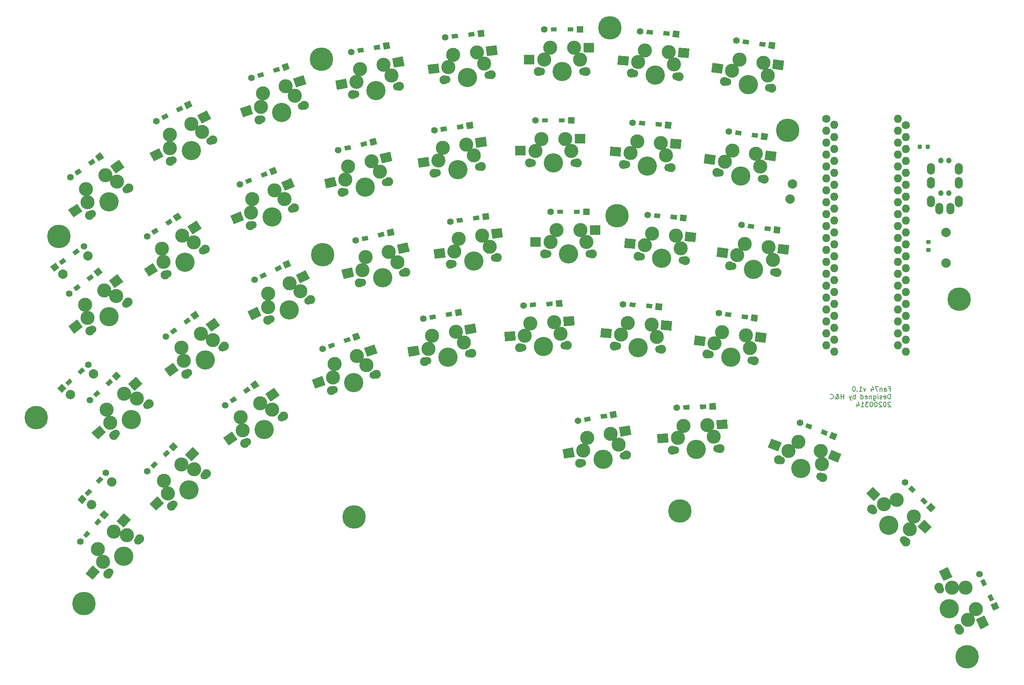
<source format=gbs>
G04 #@! TF.GenerationSoftware,KiCad,Pcbnew,(5.1.5)-3*
G04 #@! TF.CreationDate,2020-03-17T07:33:31+09:00*
G04 #@! TF.ProjectId,fan,66616e2e-6b69-4636-9164-5f7063625858,v1.0*
G04 #@! TF.SameCoordinates,Original*
G04 #@! TF.FileFunction,Soldermask,Bot*
G04 #@! TF.FilePolarity,Negative*
%FSLAX46Y46*%
G04 Gerber Fmt 4.6, Leading zero omitted, Abs format (unit mm)*
G04 Created by KiCad (PCBNEW (5.1.5)-3) date 2020-03-17 07:33:31*
%MOMM*%
%LPD*%
G04 APERTURE LIST*
%ADD10C,0.150000*%
%ADD11C,5.000000*%
%ADD12O,1.700000X2.500000*%
%ADD13C,1.200000*%
%ADD14C,0.100000*%
%ADD15C,1.397000*%
%ADD16C,3.000000*%
%ADD17C,4.100000*%
%ADD18C,1.900000*%
%ADD19C,1.700000*%
%ADD20R,1.300000X0.950000*%
%ADD21R,1.397000X1.397000*%
%ADD22R,2.300000X2.000000*%
%ADD23C,2.000000*%
%ADD24O,1.727200X1.727200*%
%ADD25C,1.727200*%
G04 APERTURE END LIST*
D10*
X186471906Y-82556737D02*
X186805239Y-82556737D01*
X186805239Y-83080546D02*
X186805239Y-82080546D01*
X186329049Y-82080546D01*
X185519525Y-83080546D02*
X185519525Y-82556737D01*
X185567144Y-82461499D01*
X185662382Y-82413880D01*
X185852858Y-82413880D01*
X185948096Y-82461499D01*
X185519525Y-83032927D02*
X185614763Y-83080546D01*
X185852858Y-83080546D01*
X185948096Y-83032927D01*
X185995715Y-82937689D01*
X185995715Y-82842451D01*
X185948096Y-82747213D01*
X185852858Y-82699594D01*
X185614763Y-82699594D01*
X185519525Y-82651975D01*
X185043335Y-82413880D02*
X185043335Y-83080546D01*
X185043335Y-82509118D02*
X184995715Y-82461499D01*
X184900477Y-82413880D01*
X184757620Y-82413880D01*
X184662382Y-82461499D01*
X184614763Y-82556737D01*
X184614763Y-83080546D01*
X184233811Y-82080546D02*
X183567144Y-82080546D01*
X183995715Y-83080546D01*
X182757620Y-82413880D02*
X182757620Y-83080546D01*
X182995715Y-82032927D02*
X183233811Y-82747213D01*
X182614763Y-82747213D01*
X181567144Y-82413880D02*
X181329049Y-83080546D01*
X181090954Y-82413880D01*
X180186192Y-83080546D02*
X180757620Y-83080546D01*
X180471906Y-83080546D02*
X180471906Y-82080546D01*
X180567144Y-82223404D01*
X180662382Y-82318642D01*
X180757620Y-82366261D01*
X179757620Y-82985308D02*
X179710001Y-83032927D01*
X179757620Y-83080546D01*
X179805239Y-83032927D01*
X179757620Y-82985308D01*
X179757620Y-83080546D01*
X179090954Y-82080546D02*
X178995715Y-82080546D01*
X178900477Y-82128166D01*
X178852858Y-82175785D01*
X178805239Y-82271023D01*
X178757620Y-82461499D01*
X178757620Y-82699594D01*
X178805239Y-82890070D01*
X178852858Y-82985308D01*
X178900477Y-83032927D01*
X178995715Y-83080546D01*
X179090954Y-83080546D01*
X179186192Y-83032927D01*
X179233811Y-82985308D01*
X179281430Y-82890070D01*
X179329049Y-82699594D01*
X179329049Y-82461499D01*
X179281430Y-82271023D01*
X179233811Y-82175785D01*
X179186192Y-82128166D01*
X179090954Y-82080546D01*
X186805239Y-84730546D02*
X186805239Y-83730546D01*
X186567144Y-83730546D01*
X186424287Y-83778166D01*
X186329049Y-83873404D01*
X186281430Y-83968642D01*
X186233811Y-84159118D01*
X186233811Y-84301975D01*
X186281430Y-84492451D01*
X186329049Y-84587689D01*
X186424287Y-84682927D01*
X186567144Y-84730546D01*
X186805239Y-84730546D01*
X185424287Y-84682927D02*
X185519525Y-84730546D01*
X185710001Y-84730546D01*
X185805239Y-84682927D01*
X185852858Y-84587689D01*
X185852858Y-84206737D01*
X185805239Y-84111499D01*
X185710001Y-84063880D01*
X185519525Y-84063880D01*
X185424287Y-84111499D01*
X185376668Y-84206737D01*
X185376668Y-84301975D01*
X185852858Y-84397213D01*
X184995715Y-84682927D02*
X184900477Y-84730546D01*
X184710001Y-84730546D01*
X184614763Y-84682927D01*
X184567144Y-84587689D01*
X184567144Y-84540070D01*
X184614763Y-84444832D01*
X184710001Y-84397213D01*
X184852858Y-84397213D01*
X184948096Y-84349594D01*
X184995715Y-84254356D01*
X184995715Y-84206737D01*
X184948096Y-84111499D01*
X184852858Y-84063880D01*
X184710001Y-84063880D01*
X184614763Y-84111499D01*
X184138573Y-84730546D02*
X184138573Y-84063880D01*
X184138573Y-83730546D02*
X184186192Y-83778166D01*
X184138573Y-83825785D01*
X184090954Y-83778166D01*
X184138573Y-83730546D01*
X184138573Y-83825785D01*
X183233811Y-84063880D02*
X183233811Y-84873404D01*
X183281430Y-84968642D01*
X183329049Y-85016261D01*
X183424287Y-85063880D01*
X183567144Y-85063880D01*
X183662382Y-85016261D01*
X183233811Y-84682927D02*
X183329049Y-84730546D01*
X183519525Y-84730546D01*
X183614763Y-84682927D01*
X183662382Y-84635308D01*
X183710001Y-84540070D01*
X183710001Y-84254356D01*
X183662382Y-84159118D01*
X183614763Y-84111499D01*
X183519525Y-84063880D01*
X183329049Y-84063880D01*
X183233811Y-84111499D01*
X182757620Y-84063880D02*
X182757620Y-84730546D01*
X182757620Y-84159118D02*
X182710001Y-84111499D01*
X182614763Y-84063880D01*
X182471906Y-84063880D01*
X182376668Y-84111499D01*
X182329049Y-84206737D01*
X182329049Y-84730546D01*
X181471906Y-84682927D02*
X181567144Y-84730546D01*
X181757620Y-84730546D01*
X181852858Y-84682927D01*
X181900477Y-84587689D01*
X181900477Y-84206737D01*
X181852858Y-84111499D01*
X181757620Y-84063880D01*
X181567144Y-84063880D01*
X181471906Y-84111499D01*
X181424287Y-84206737D01*
X181424287Y-84301975D01*
X181900477Y-84397213D01*
X180567144Y-84730546D02*
X180567144Y-83730546D01*
X180567144Y-84682927D02*
X180662382Y-84730546D01*
X180852858Y-84730546D01*
X180948096Y-84682927D01*
X180995715Y-84635308D01*
X181043335Y-84540070D01*
X181043335Y-84254356D01*
X180995715Y-84159118D01*
X180948096Y-84111499D01*
X180852858Y-84063880D01*
X180662382Y-84063880D01*
X180567144Y-84111499D01*
X179329049Y-84730546D02*
X179329049Y-83730546D01*
X179329049Y-84111499D02*
X179233811Y-84063880D01*
X179043335Y-84063880D01*
X178948096Y-84111499D01*
X178900477Y-84159118D01*
X178852858Y-84254356D01*
X178852858Y-84540070D01*
X178900477Y-84635308D01*
X178948096Y-84682927D01*
X179043335Y-84730546D01*
X179233811Y-84730546D01*
X179329049Y-84682927D01*
X178519525Y-84063880D02*
X178281430Y-84730546D01*
X178043335Y-84063880D02*
X178281430Y-84730546D01*
X178376668Y-84968642D01*
X178424287Y-85016261D01*
X178519525Y-85063880D01*
X176900477Y-84730546D02*
X176900477Y-83730546D01*
X176900477Y-84206737D02*
X176329049Y-84206737D01*
X176329049Y-84730546D02*
X176329049Y-83730546D01*
X175043335Y-84730546D02*
X175090954Y-84730546D01*
X175186192Y-84682927D01*
X175329049Y-84540070D01*
X175567144Y-84254356D01*
X175662382Y-84111499D01*
X175710001Y-83968642D01*
X175710001Y-83873404D01*
X175662382Y-83778166D01*
X175567144Y-83730546D01*
X175519525Y-83730546D01*
X175424287Y-83778166D01*
X175376668Y-83873404D01*
X175376668Y-83921023D01*
X175424287Y-84016261D01*
X175471906Y-84063880D01*
X175757620Y-84254356D01*
X175805239Y-84301975D01*
X175852858Y-84397213D01*
X175852858Y-84540070D01*
X175805239Y-84635308D01*
X175757620Y-84682927D01*
X175662382Y-84730546D01*
X175519525Y-84730546D01*
X175424287Y-84682927D01*
X175376668Y-84635308D01*
X175233811Y-84444832D01*
X175186192Y-84301975D01*
X175186192Y-84206737D01*
X174043335Y-84635308D02*
X174090954Y-84682927D01*
X174233811Y-84730546D01*
X174329049Y-84730546D01*
X174471906Y-84682927D01*
X174567144Y-84587689D01*
X174614763Y-84492451D01*
X174662382Y-84301975D01*
X174662382Y-84159118D01*
X174614763Y-83968642D01*
X174567144Y-83873404D01*
X174471906Y-83778166D01*
X174329049Y-83730546D01*
X174233811Y-83730546D01*
X174090954Y-83778166D01*
X174043335Y-83825785D01*
X186852858Y-85475785D02*
X186805239Y-85428166D01*
X186710001Y-85380546D01*
X186471906Y-85380546D01*
X186376668Y-85428166D01*
X186329049Y-85475785D01*
X186281430Y-85571023D01*
X186281430Y-85666261D01*
X186329049Y-85809118D01*
X186900477Y-86380546D01*
X186281430Y-86380546D01*
X185662382Y-85380546D02*
X185567144Y-85380546D01*
X185471906Y-85428166D01*
X185424287Y-85475785D01*
X185376668Y-85571023D01*
X185329049Y-85761499D01*
X185329049Y-85999594D01*
X185376668Y-86190070D01*
X185424287Y-86285308D01*
X185471906Y-86332927D01*
X185567144Y-86380546D01*
X185662382Y-86380546D01*
X185757620Y-86332927D01*
X185805239Y-86285308D01*
X185852858Y-86190070D01*
X185900477Y-85999594D01*
X185900477Y-85761499D01*
X185852858Y-85571023D01*
X185805239Y-85475785D01*
X185757620Y-85428166D01*
X185662382Y-85380546D01*
X184948096Y-85475785D02*
X184900477Y-85428166D01*
X184805239Y-85380546D01*
X184567144Y-85380546D01*
X184471906Y-85428166D01*
X184424287Y-85475785D01*
X184376668Y-85571023D01*
X184376668Y-85666261D01*
X184424287Y-85809118D01*
X184995715Y-86380546D01*
X184376668Y-86380546D01*
X183757620Y-85380546D02*
X183662382Y-85380546D01*
X183567144Y-85428166D01*
X183519525Y-85475785D01*
X183471906Y-85571023D01*
X183424287Y-85761499D01*
X183424287Y-85999594D01*
X183471906Y-86190070D01*
X183519525Y-86285308D01*
X183567144Y-86332927D01*
X183662382Y-86380546D01*
X183757620Y-86380546D01*
X183852858Y-86332927D01*
X183900477Y-86285308D01*
X183948096Y-86190070D01*
X183995715Y-85999594D01*
X183995715Y-85761499D01*
X183948096Y-85571023D01*
X183900477Y-85475785D01*
X183852858Y-85428166D01*
X183757620Y-85380546D01*
X182805239Y-85380546D02*
X182710001Y-85380546D01*
X182614763Y-85428166D01*
X182567144Y-85475785D01*
X182519525Y-85571023D01*
X182471906Y-85761499D01*
X182471906Y-85999594D01*
X182519525Y-86190070D01*
X182567144Y-86285308D01*
X182614763Y-86332927D01*
X182710001Y-86380546D01*
X182805239Y-86380546D01*
X182900477Y-86332927D01*
X182948096Y-86285308D01*
X182995715Y-86190070D01*
X183043335Y-85999594D01*
X183043335Y-85761499D01*
X182995715Y-85571023D01*
X182948096Y-85475785D01*
X182900477Y-85428166D01*
X182805239Y-85380546D01*
X182138573Y-85380546D02*
X181519525Y-85380546D01*
X181852858Y-85761499D01*
X181710001Y-85761499D01*
X181614763Y-85809118D01*
X181567144Y-85856737D01*
X181519525Y-85951975D01*
X181519525Y-86190070D01*
X181567144Y-86285308D01*
X181614763Y-86332927D01*
X181710001Y-86380546D01*
X181995715Y-86380546D01*
X182090954Y-86332927D01*
X182138573Y-86285308D01*
X180567144Y-86380546D02*
X181138573Y-86380546D01*
X180852858Y-86380546D02*
X180852858Y-85380546D01*
X180948096Y-85523404D01*
X181043335Y-85618642D01*
X181138573Y-85666261D01*
X179710001Y-85713880D02*
X179710001Y-86380546D01*
X179948096Y-85332927D02*
X180186192Y-86047213D01*
X179567144Y-86047213D01*
D11*
X164929000Y-27489000D03*
X142028329Y-108569541D03*
X5002000Y-88685000D03*
X65725692Y-12299696D03*
X127102649Y-5645937D03*
X9802000Y-50085000D03*
X72628327Y-109869542D03*
X15146651Y-128287934D03*
X128652649Y-45695934D03*
X65952649Y-53995933D03*
X203153649Y-139709608D03*
X201402000Y-63485000D03*
D12*
X197172000Y-44185000D03*
X195422000Y-35685000D03*
X199622000Y-44185000D03*
D13*
X197522000Y-40885000D03*
D12*
X201372000Y-42685000D03*
X201372000Y-38685000D03*
D13*
X199272000Y-40885000D03*
D12*
X199622000Y-44185000D03*
X195422000Y-42685000D03*
X201372000Y-42685000D03*
X201372000Y-35685000D03*
D13*
X199272000Y-33885000D03*
X197522000Y-33885000D03*
X197522000Y-40885000D03*
D12*
X195422000Y-35685000D03*
X201372000Y-35685000D03*
X197172000Y-44185000D03*
X195422000Y-38685000D03*
X201372000Y-38685000D03*
X195422000Y-42685000D03*
D13*
X199272000Y-40885000D03*
D12*
X195422000Y-38685000D03*
D13*
X199272000Y-33885000D03*
X197522000Y-33885000D03*
D14*
G36*
X147569499Y-85902078D02*
G01*
X147602653Y-86851499D01*
X146303445Y-86896868D01*
X146270291Y-85947447D01*
X147569499Y-85902078D01*
G37*
G36*
X149643930Y-85606000D02*
G01*
X149692685Y-87002149D01*
X148296536Y-87050904D01*
X148247781Y-85654755D01*
X149643930Y-85606000D01*
G37*
D15*
X141354874Y-86594387D03*
D14*
G36*
X144021662Y-86025971D02*
G01*
X144054816Y-86975392D01*
X142755608Y-87020761D01*
X142722454Y-86071340D01*
X144021662Y-86025971D01*
G37*
G36*
X139505273Y-92082280D02*
G01*
X139575072Y-94081061D01*
X137276473Y-94161330D01*
X137206674Y-92162549D01*
X139505273Y-92082280D01*
G37*
D16*
X141580325Y-93050451D03*
X142760907Y-90467676D03*
X149195683Y-92784516D03*
X147837812Y-90290387D03*
D17*
X145476649Y-95455937D03*
D18*
X150553554Y-95278648D03*
X140399744Y-95633226D03*
D14*
G36*
X152108891Y-89100604D02*
G01*
X152178690Y-91099385D01*
X149880091Y-91179654D01*
X149810292Y-89180873D01*
X152108891Y-89100604D01*
G37*
D19*
X140979390Y-95612985D03*
X149973908Y-95298889D03*
D14*
G36*
X208897768Y-127478944D02*
G01*
X208043914Y-127895396D01*
X207474032Y-126726964D01*
X208327886Y-126310512D01*
X208897768Y-127478944D01*
G37*
G36*
X210011995Y-129253605D02*
G01*
X208756380Y-129866010D01*
X208143975Y-128610395D01*
X209399590Y-127997990D01*
X210011995Y-129253605D01*
G37*
D15*
X205737597Y-122083189D03*
D14*
G36*
X207341551Y-124288225D02*
G01*
X206487697Y-124704677D01*
X205917815Y-123536245D01*
X206771669Y-123119793D01*
X207341551Y-124288225D01*
G37*
G36*
X199971857Y-122625621D02*
G01*
X198174269Y-123502363D01*
X197166015Y-121435137D01*
X198963603Y-120558395D01*
X199971857Y-122625621D01*
G37*
D16*
X199931388Y-124915067D03*
X202771056Y-124943073D03*
X203271777Y-131763877D03*
X204997981Y-129508946D03*
D17*
X199318645Y-129452935D03*
D18*
X201545570Y-134018809D03*
X197091720Y-124887061D03*
D14*
G36*
X207822107Y-132926843D02*
G01*
X206024519Y-133803585D01*
X205016265Y-131736359D01*
X206813853Y-130859617D01*
X207822107Y-132926843D01*
G37*
D19*
X197345975Y-125408362D03*
X201291315Y-133497508D03*
D20*
X118727648Y-5995937D03*
D21*
X120762648Y-5995937D03*
D15*
X113142648Y-5995937D03*
D20*
X115177648Y-5995937D03*
D22*
X109952648Y-12415937D03*
D16*
X113142648Y-12455937D03*
X114412648Y-9915937D03*
X120762648Y-12455936D03*
X119492648Y-9915937D03*
D17*
X116952648Y-14995937D03*
D18*
X122032648Y-14995937D03*
X111872648Y-14995937D03*
D22*
X122652648Y-9875937D03*
D19*
X112452648Y-14995937D03*
X121452648Y-14995937D03*
D14*
G36*
X173522469Y-91686288D02*
G01*
X173166592Y-92567113D01*
X171961253Y-92080124D01*
X172317130Y-91199299D01*
X173522469Y-91686288D01*
G37*
G36*
X175537981Y-92259555D02*
G01*
X175014655Y-93554831D01*
X173719379Y-93031505D01*
X174242705Y-91736229D01*
X175537981Y-92259555D01*
G37*
D15*
X167563539Y-89791028D03*
D14*
G36*
X170230966Y-90356435D02*
G01*
X169875089Y-91237260D01*
X168669750Y-90750271D01*
X169025627Y-89869446D01*
X170230966Y-90356435D01*
G37*
G36*
X163641716Y-94052168D02*
G01*
X162892503Y-95906535D01*
X160759980Y-95044940D01*
X161509193Y-93190573D01*
X163641716Y-94052168D01*
G37*
D16*
X165143580Y-95780636D03*
X167272605Y-93901339D03*
X172208722Y-98635137D03*
X171982698Y-95804341D03*
D17*
X167724650Y-99562934D03*
D18*
X172434744Y-101465935D03*
X163014556Y-97659933D03*
D14*
G36*
X176368452Y-96454624D02*
G01*
X175619239Y-98308991D01*
X173486716Y-97447396D01*
X174235929Y-95593029D01*
X176368452Y-96454624D01*
G37*
D19*
X163552323Y-97877204D03*
X171896977Y-101248664D03*
D20*
X120062651Y-44847930D03*
D21*
X122097651Y-44847930D03*
D15*
X114477651Y-44847930D03*
D20*
X116512651Y-44847930D03*
D22*
X111287651Y-51267930D03*
D16*
X114477651Y-51307930D03*
X115747651Y-48767930D03*
X122097651Y-51307929D03*
X120827651Y-48767930D03*
D17*
X118287651Y-53847930D03*
D18*
X123367651Y-53847930D03*
X113207651Y-53847930D03*
D22*
X123987651Y-48727930D03*
D19*
X113787651Y-53847930D03*
X122787651Y-53847930D03*
D20*
X116827649Y-25395935D03*
D21*
X118862649Y-25395935D03*
D15*
X111242649Y-25395935D03*
D20*
X113277649Y-25395935D03*
D22*
X108052649Y-31815935D03*
D16*
X111242649Y-31855935D03*
X112512649Y-29315935D03*
X118862649Y-31855934D03*
X117592649Y-29315935D03*
D17*
X115052649Y-34395935D03*
D18*
X120132649Y-34395935D03*
X109972649Y-34395935D03*
D22*
X120752649Y-29275935D03*
D19*
X110552649Y-34395935D03*
X119552649Y-34395935D03*
D14*
G36*
X141394222Y-45568341D02*
G01*
X141311424Y-46514726D01*
X140016370Y-46401423D01*
X140099168Y-45455038D01*
X141394222Y-45568341D01*
G37*
G36*
X143489272Y-45527280D02*
G01*
X143367516Y-46918964D01*
X141975832Y-46797208D01*
X142097588Y-45405524D01*
X143489272Y-45527280D01*
G37*
D15*
X135141549Y-45498117D03*
D14*
G36*
X137857731Y-45258938D02*
G01*
X137774933Y-46205323D01*
X136479879Y-46092020D01*
X136562677Y-45145635D01*
X137857731Y-45258938D01*
G37*
G36*
X132636928Y-50719694D02*
G01*
X132462616Y-52712084D01*
X130171368Y-52511626D01*
X130345680Y-50519236D01*
X132636928Y-50719694D01*
G37*
D16*
X134578523Y-51933535D03*
X136065066Y-49513888D03*
X142169526Y-52597661D03*
X141125735Y-49956640D03*
D17*
X138152649Y-54795933D03*
D18*
X143213318Y-55238684D03*
X133091980Y-54353182D03*
D14*
G36*
X145509976Y-49296238D02*
G01*
X145335664Y-51288628D01*
X143044416Y-51088170D01*
X143218728Y-49095780D01*
X145509976Y-49296238D01*
G37*
D19*
X133669773Y-54403732D03*
X142635525Y-55188134D03*
D14*
G36*
X18219765Y-110136447D02*
G01*
X18925753Y-110772121D01*
X18055883Y-111738209D01*
X17349895Y-111102535D01*
X18219765Y-110136447D01*
G37*
G36*
X19447806Y-108438555D02*
G01*
X20485979Y-109373330D01*
X19551204Y-110411503D01*
X18513031Y-109476728D01*
X19447806Y-108438555D01*
G37*
D15*
X14400730Y-115087792D03*
D14*
G36*
X15844352Y-112774612D02*
G01*
X16550340Y-113410286D01*
X15680470Y-114376374D01*
X14974482Y-113740700D01*
X15844352Y-112774612D01*
G37*
G36*
X17063548Y-120230496D02*
G01*
X18549838Y-121568757D01*
X17010838Y-123277990D01*
X15524548Y-121939729D01*
X17063548Y-120230496D01*
G37*
D16*
X19201446Y-119410376D03*
X18163654Y-116766990D03*
X24300220Y-113747612D03*
X21562837Y-112991815D03*
D17*
X23638421Y-118278586D03*
D18*
X27037604Y-114503410D03*
X20239238Y-122053762D03*
D14*
G36*
X23673919Y-109092965D02*
G01*
X25160209Y-110431226D01*
X23621209Y-112140459D01*
X22134919Y-110802198D01*
X23673919Y-109092965D01*
G37*
D19*
X20627333Y-121622738D03*
X26649509Y-114934434D03*
D14*
G36*
X194760938Y-106536739D02*
G01*
X194101012Y-107220111D01*
X193165870Y-106317055D01*
X193825796Y-105633683D01*
X194760938Y-106536739D01*
G37*
G36*
X196414939Y-107823287D02*
G01*
X195444501Y-108828205D01*
X194439583Y-107857767D01*
X195410021Y-106852849D01*
X196414939Y-107823287D01*
G37*
D15*
X189945892Y-102547230D03*
D14*
G36*
X192207282Y-104070702D02*
G01*
X191547356Y-104754074D01*
X190612214Y-103851018D01*
X191272140Y-103167646D01*
X192207282Y-104070702D01*
G37*
G36*
X184713390Y-105028949D02*
G01*
X183324073Y-106467629D01*
X181669592Y-104869915D01*
X183058909Y-103431235D01*
X184713390Y-105028949D01*
G37*
D16*
X185458399Y-107194166D03*
X188136392Y-106249259D03*
X190939769Y-112487462D03*
X191790639Y-109778123D03*
D17*
X186434651Y-111667937D03*
D18*
X190088897Y-115196802D03*
X182780405Y-108139072D03*
D14*
G36*
X195613438Y-112023987D02*
G01*
X194224121Y-113462667D01*
X192569640Y-111864953D01*
X193958957Y-110426273D01*
X195613438Y-112023987D01*
G37*
D19*
X183197622Y-108541974D03*
X189671680Y-114793900D03*
D14*
G36*
X139832684Y-6413174D02*
G01*
X139766415Y-7360860D01*
X138469582Y-7270176D01*
X138535851Y-6322490D01*
X139832684Y-6413174D01*
G37*
G36*
X141926699Y-6335556D02*
G01*
X141829250Y-7729153D01*
X140435653Y-7631704D01*
X140533102Y-6238107D01*
X141926699Y-6335556D01*
G37*
D15*
X133579738Y-6452085D03*
D14*
G36*
X136291332Y-6165539D02*
G01*
X136225063Y-7113225D01*
X134928230Y-7022541D01*
X134994499Y-6074855D01*
X136291332Y-6165539D01*
G37*
G36*
X131166627Y-11716579D02*
G01*
X131027114Y-13711707D01*
X128732717Y-13551267D01*
X128872230Y-11556139D01*
X131166627Y-11716579D01*
G37*
D16*
X133129111Y-12896349D03*
X134573199Y-10451127D03*
X140730550Y-13427892D03*
X139640825Y-10805490D03*
D17*
X136752649Y-15695934D03*
D18*
X141820274Y-16050297D03*
X131685024Y-15341571D03*
D14*
G36*
X144012872Y-10068674D02*
G01*
X143873359Y-12063802D01*
X141578962Y-11903362D01*
X141718475Y-9908234D01*
X144012872Y-10068674D01*
G37*
D19*
X132263611Y-15382030D03*
X141241687Y-16009838D03*
D14*
G36*
X161372714Y-48050640D02*
G01*
X161240500Y-48991395D01*
X159953152Y-48810470D01*
X160085366Y-47869715D01*
X161372714Y-48050640D01*
G37*
G36*
X163467043Y-48119282D02*
G01*
X163272618Y-49502687D01*
X161889213Y-49308262D01*
X162083638Y-47924857D01*
X163467043Y-48119282D01*
G37*
D15*
X155132286Y-47653273D03*
D14*
G36*
X157857262Y-47556575D02*
G01*
X157725048Y-48497330D01*
X156437700Y-48316405D01*
X156569914Y-47375650D01*
X157857262Y-47556575D01*
G37*
G36*
X152357820Y-52736613D02*
G01*
X152079474Y-54717149D01*
X149801858Y-54397051D01*
X150080204Y-52416515D01*
X152357820Y-52736613D01*
G37*
D16*
X154233227Y-54050405D03*
X155844367Y-51711874D03*
X161779070Y-55110903D03*
X160874929Y-52418873D03*
D17*
X157652649Y-57095935D03*
D18*
X162683211Y-57802934D03*
X152622087Y-56388936D03*
D14*
G36*
X165287724Y-51988830D02*
G01*
X165009378Y-53969366D01*
X162731762Y-53649268D01*
X163010108Y-51668732D01*
X165287724Y-51988830D01*
G37*
D19*
X153196443Y-56469656D03*
X162108855Y-57722214D03*
D14*
G36*
X156532714Y-66831643D02*
G01*
X156400500Y-67772398D01*
X155113152Y-67591473D01*
X155245366Y-66650718D01*
X156532714Y-66831643D01*
G37*
G36*
X158627043Y-66900285D02*
G01*
X158432618Y-68283690D01*
X157049213Y-68089265D01*
X157243638Y-66705860D01*
X158627043Y-66900285D01*
G37*
D15*
X150292286Y-66434276D03*
D14*
G36*
X153017262Y-66337578D02*
G01*
X152885048Y-67278333D01*
X151597700Y-67097408D01*
X151729914Y-66156653D01*
X153017262Y-66337578D01*
G37*
G36*
X147517820Y-71517616D02*
G01*
X147239474Y-73498152D01*
X144961858Y-73178054D01*
X145240204Y-71197518D01*
X147517820Y-71517616D01*
G37*
D16*
X149393227Y-72831408D03*
X151004367Y-70492877D03*
X156939070Y-73891906D03*
X156034929Y-71199876D03*
D17*
X152812649Y-75876938D03*
D18*
X157843211Y-76583937D03*
X147782087Y-75169939D03*
D14*
G36*
X160447724Y-70769833D02*
G01*
X160169378Y-72750369D01*
X157891762Y-72430271D01*
X158170108Y-70449735D01*
X160447724Y-70769833D01*
G37*
D19*
X148356443Y-75250659D03*
X157268855Y-76503217D03*
D14*
G36*
X158672713Y-28150639D02*
G01*
X158540499Y-29091394D01*
X157253151Y-28910469D01*
X157385365Y-27969714D01*
X158672713Y-28150639D01*
G37*
G36*
X160767042Y-28219281D02*
G01*
X160572617Y-29602686D01*
X159189212Y-29408261D01*
X159383637Y-28024856D01*
X160767042Y-28219281D01*
G37*
D15*
X152432285Y-27753272D03*
D14*
G36*
X155157261Y-27656574D02*
G01*
X155025047Y-28597329D01*
X153737699Y-28416404D01*
X153869913Y-27475649D01*
X155157261Y-27656574D01*
G37*
G36*
X149657819Y-32836612D02*
G01*
X149379473Y-34817148D01*
X147101857Y-34497050D01*
X147380203Y-32516514D01*
X149657819Y-32836612D01*
G37*
D16*
X151533226Y-34150404D03*
X153144366Y-31811873D03*
X159079069Y-35210902D03*
X158174928Y-32518872D03*
D17*
X154952648Y-37195934D03*
D18*
X159983210Y-37902933D03*
X149922086Y-36488935D03*
D14*
G36*
X162587723Y-32088829D02*
G01*
X162309377Y-34069365D01*
X160031761Y-33749267D01*
X160310107Y-31768731D01*
X162587723Y-32088829D01*
G37*
D19*
X150496442Y-36569655D03*
X159408854Y-37822213D03*
D14*
G36*
X56631024Y-13935308D02*
G01*
X56924590Y-14838812D01*
X55688216Y-15240534D01*
X55394650Y-14337030D01*
X56631024Y-13935308D01*
G37*
G36*
X58543485Y-13078911D02*
G01*
X58975181Y-14407537D01*
X57646555Y-14839233D01*
X57214859Y-13510607D01*
X58543485Y-13078911D01*
G37*
D15*
X50847970Y-16313781D03*
D14*
G36*
X53254774Y-15032319D02*
G01*
X53548340Y-15935823D01*
X52311966Y-16337545D01*
X52018400Y-15434041D01*
X53254774Y-15032319D01*
G37*
G36*
X50582687Y-22098902D02*
G01*
X51200721Y-24001015D01*
X49013291Y-24711754D01*
X48395257Y-22809641D01*
X50582687Y-22098902D01*
G37*
D16*
X52844220Y-22457606D03*
X53267158Y-19649471D03*
X60091270Y-20102896D03*
X58098525Y-18079665D03*
D17*
X57252648Y-23695935D03*
D18*
X62084015Y-22126129D03*
X52421281Y-25265741D03*
D14*
G36*
X61876201Y-15758703D02*
G01*
X62494235Y-17660816D01*
X60306805Y-18371555D01*
X59688771Y-16469442D01*
X61876201Y-15758703D01*
G37*
D19*
X52972894Y-25086511D03*
X61532402Y-22305359D03*
D14*
G36*
X32866184Y-95549210D02*
G01*
X33514082Y-96243996D01*
X32563322Y-97130594D01*
X31915424Y-96435808D01*
X32866184Y-95549210D01*
G37*
G36*
X34237532Y-93964809D02*
G01*
X35190283Y-94986510D01*
X34168582Y-95939261D01*
X33215831Y-94917560D01*
X34237532Y-93964809D01*
G37*
D15*
X28630142Y-100148862D03*
D14*
G36*
X30269878Y-97970304D02*
G01*
X30917776Y-98665090D01*
X29967016Y-99551688D01*
X29319118Y-98856902D01*
X30269878Y-97970304D01*
G37*
G36*
X30834611Y-105504076D02*
G01*
X32198608Y-106966784D01*
X30516495Y-108535380D01*
X29152498Y-107072672D01*
X30834611Y-105504076D01*
G37*
D16*
X33035852Y-104873407D03*
X32232395Y-102149631D03*
X38608766Y-99676579D03*
X35947672Y-98685079D03*
D17*
X37554585Y-104132632D03*
D18*
X41269862Y-100668080D03*
X33839308Y-107597184D03*
D14*
G36*
X38390527Y-94985058D02*
G01*
X39754524Y-96447766D01*
X38072411Y-98016362D01*
X36708414Y-96553654D01*
X38390527Y-94985058D01*
G37*
D19*
X34263493Y-107201625D03*
X40845677Y-101063639D03*
D14*
G36*
X50098455Y-82131545D02*
G01*
X50643353Y-82909740D01*
X49578455Y-83655389D01*
X49033557Y-82877194D01*
X50098455Y-82131545D01*
G37*
G36*
X51676964Y-80753418D02*
G01*
X52478250Y-81897774D01*
X51333894Y-82699060D01*
X50532608Y-81554704D01*
X51676964Y-80753418D01*
G37*
D15*
X45263491Y-86096892D03*
D14*
G36*
X47190465Y-84167742D02*
G01*
X47735363Y-84945937D01*
X46670465Y-85691586D01*
X46125567Y-84913391D01*
X47190465Y-84167742D01*
G37*
G36*
X46701204Y-91706792D02*
G01*
X47848357Y-93345096D01*
X45964308Y-94664322D01*
X44817155Y-93026018D01*
X46701204Y-91706792D01*
G37*
D16*
X48968795Y-91388614D03*
X48552234Y-88579526D03*
X55210733Y-87017961D03*
X52713526Y-85665757D03*
D17*
X53546648Y-91283934D03*
D18*
X57707940Y-88370166D03*
X49385356Y-94197702D03*
D14*
G36*
X55647551Y-82341725D02*
G01*
X56794704Y-83980029D01*
X54910655Y-85299255D01*
X53763502Y-83660951D01*
X55647551Y-82341725D01*
G37*
D19*
X49860464Y-93865028D03*
X57232832Y-88702840D03*
D14*
G36*
X99238384Y-45586653D02*
G01*
X99370598Y-46527408D01*
X98083250Y-46708333D01*
X97951036Y-45767578D01*
X99238384Y-45586653D01*
G37*
G36*
X101270502Y-45075361D02*
G01*
X101464927Y-46458766D01*
X100081522Y-46653191D01*
X99887097Y-45269786D01*
X101270502Y-45075361D01*
G37*
D15*
X93130170Y-46924775D03*
D14*
G36*
X95722932Y-46080718D02*
G01*
X95855146Y-47021473D01*
X94567798Y-47202398D01*
X94435584Y-46261643D01*
X95722932Y-46080718D01*
G37*
G36*
X91864341Y-52575941D02*
G01*
X92142687Y-54556477D01*
X89865071Y-54876575D01*
X89586725Y-52896039D01*
X91864341Y-52575941D01*
G37*
D16*
X94029228Y-53321907D03*
X94933369Y-50629876D03*
X101575071Y-52261407D03*
X99963931Y-49922877D03*
D17*
X98155649Y-55306938D03*
D18*
X103186211Y-54599939D03*
X93125087Y-56013937D03*
D14*
G36*
X104087246Y-48293162D02*
G01*
X104365592Y-50273698D01*
X102087976Y-50593796D01*
X101809630Y-48613260D01*
X104087246Y-48293162D01*
G37*
D19*
X93699443Y-55933217D03*
X102611855Y-54680659D03*
D14*
G36*
X56914658Y-56191815D02*
G01*
X57331110Y-57045669D01*
X56162678Y-57615551D01*
X55746226Y-56761697D01*
X56914658Y-56191815D01*
G37*
G36*
X58689319Y-55077588D02*
G01*
X59301724Y-56333203D01*
X58046109Y-56945608D01*
X57433704Y-55689993D01*
X58689319Y-55077588D01*
G37*
D15*
X51518903Y-59351986D03*
D14*
G36*
X53723939Y-57748032D02*
G01*
X54140391Y-58601886D01*
X52971959Y-59171768D01*
X52555507Y-58317914D01*
X53723939Y-57748032D01*
G37*
G36*
X52061335Y-65117726D02*
G01*
X52938077Y-66915314D01*
X50870851Y-67923568D01*
X49994109Y-66125980D01*
X52061335Y-65117726D01*
G37*
D16*
X54350781Y-65158195D03*
X54378787Y-62318527D03*
X61199591Y-61817806D03*
X58944660Y-60091602D03*
D17*
X58888649Y-65770938D03*
D18*
X63454523Y-63544013D03*
X54322775Y-67997863D03*
D14*
G36*
X62362557Y-57267476D02*
G01*
X63239299Y-59065064D01*
X61172073Y-60073318D01*
X60295331Y-58275730D01*
X62362557Y-57267476D01*
G37*
D19*
X54844076Y-67743608D03*
X62933222Y-63798268D03*
D14*
G36*
X35911780Y-22252724D02*
G01*
X36343071Y-23099180D01*
X35184762Y-23689368D01*
X34753471Y-22842912D01*
X35911780Y-22252724D01*
G37*
G36*
X37666725Y-21107695D02*
G01*
X38300949Y-22352431D01*
X37056213Y-22986655D01*
X36421989Y-21741919D01*
X37666725Y-21107695D01*
G37*
D15*
X30572000Y-25506583D03*
D14*
G36*
X32748707Y-23864390D02*
G01*
X33179998Y-24710846D01*
X32021689Y-25301034D01*
X31590398Y-24454578D01*
X32748707Y-23864390D01*
G37*
G36*
X31214975Y-31261979D02*
G01*
X32122956Y-33043992D01*
X30073641Y-34088171D01*
X29165660Y-32306158D01*
X31214975Y-31261979D01*
G37*
D16*
X33504778Y-31262485D03*
X33483221Y-28422761D03*
X40294248Y-27803077D03*
X38009534Y-26116489D03*
D17*
X38052649Y-31795938D03*
D18*
X42578962Y-29489666D03*
X33526336Y-34102210D03*
D14*
G36*
X41377622Y-23233143D02*
G01*
X42285603Y-25015156D01*
X40236288Y-26059335D01*
X39328307Y-24277322D01*
X41377622Y-23233143D01*
G37*
D19*
X34043120Y-33838895D03*
X42062178Y-29752981D03*
D14*
G36*
X78968085Y-49117275D02*
G01*
X79181788Y-50042927D01*
X77915107Y-50335363D01*
X77701404Y-49409711D01*
X78968085Y-49117275D01*
G37*
G36*
X80947908Y-48430818D02*
G01*
X81262165Y-49792013D01*
X79900970Y-50106270D01*
X79586713Y-48745075D01*
X80947908Y-48430818D01*
G37*
D15*
X72999740Y-50982671D03*
D14*
G36*
X75509072Y-49915852D02*
G01*
X75722775Y-50841504D01*
X74456094Y-51133940D01*
X74242391Y-50208288D01*
X75509072Y-49915852D01*
G37*
G36*
X72231260Y-56722657D02*
G01*
X72681162Y-58671397D01*
X70440110Y-59188785D01*
X69990208Y-57240045D01*
X72231260Y-56722657D01*
G37*
D16*
X74452923Y-57277102D03*
X75118998Y-54516514D03*
X81877623Y-55562974D03*
X80068798Y-53373762D03*
D17*
X78736649Y-58894938D03*
D18*
X83686449Y-57752187D03*
X73786849Y-60037689D03*
D14*
G36*
X84034384Y-51390878D02*
G01*
X84484286Y-53339618D01*
X82243234Y-53857006D01*
X81793332Y-51908266D01*
X84034384Y-51390878D01*
G37*
D19*
X74351984Y-59907218D03*
X83121314Y-57882658D03*
D14*
G36*
X33578970Y-46309781D02*
G01*
X34096377Y-47106518D01*
X33006106Y-47814549D01*
X32488699Y-47017812D01*
X33578970Y-46309781D01*
G37*
G36*
X35204614Y-44987582D02*
G01*
X35965475Y-46159205D01*
X34793852Y-46920066D01*
X34032991Y-45748443D01*
X35204614Y-44987582D01*
G37*
D15*
X28608563Y-50103974D03*
D14*
G36*
X30601689Y-48243249D02*
G01*
X31119096Y-49039986D01*
X30028825Y-49748017D01*
X29511418Y-48951280D01*
X30601689Y-48243249D01*
G37*
G36*
X29849618Y-55760632D02*
G01*
X30938896Y-57437973D01*
X29009954Y-58690642D01*
X27920676Y-57013301D01*
X29849618Y-55760632D01*
G37*
D16*
X32126931Y-55521785D03*
X31808659Y-52699871D03*
X38517600Y-51371635D03*
X36069106Y-49933104D03*
D17*
X36705649Y-55576934D03*
D18*
X40966095Y-52810168D03*
X32445203Y-58343700D03*
D14*
G36*
X39117351Y-46713493D02*
G01*
X40206629Y-48390834D01*
X38277687Y-49643503D01*
X37188409Y-47966162D01*
X39117351Y-46713493D01*
G37*
D19*
X32931631Y-58027810D03*
X40479667Y-53126058D03*
D14*
G36*
X20727764Y-80448995D02*
G01*
X21363438Y-81154983D01*
X20397350Y-82024853D01*
X19761676Y-81318865D01*
X20727764Y-80448995D01*
G37*
G36*
X22126555Y-78888769D02*
G01*
X23061330Y-79926942D01*
X22023157Y-80861717D01*
X21088382Y-79823544D01*
X22126555Y-78888769D01*
G37*
D15*
X16412093Y-84974018D03*
D14*
G36*
X18089599Y-82824408D02*
G01*
X18725273Y-83530396D01*
X17759185Y-84400266D01*
X17123511Y-83694278D01*
X18089599Y-82824408D01*
G37*
G36*
X18522765Y-90366890D02*
G01*
X19861026Y-91853180D01*
X18151793Y-93392180D01*
X16813532Y-91905890D01*
X18522765Y-90366890D01*
G37*
D16*
X20734676Y-89774734D03*
X19978879Y-87037350D03*
X26397439Y-84675958D03*
X23754054Y-83638167D03*
D17*
X25265650Y-89112934D03*
D18*
X29040826Y-85713751D03*
X21490474Y-92512117D03*
D14*
G36*
X26261113Y-79981343D02*
G01*
X27599374Y-81467633D01*
X25890141Y-83006633D01*
X24551880Y-81520343D01*
X26261113Y-79981343D01*
G37*
D19*
X21921498Y-92124022D03*
X28609802Y-86101846D03*
D14*
G36*
X95835384Y-26175649D02*
G01*
X95967598Y-27116404D01*
X94680250Y-27297329D01*
X94548036Y-26356574D01*
X95835384Y-26175649D01*
G37*
G36*
X97867502Y-25664357D02*
G01*
X98061927Y-27047762D01*
X96678522Y-27242187D01*
X96484097Y-25858782D01*
X97867502Y-25664357D01*
G37*
D15*
X89727170Y-27513771D03*
D14*
G36*
X92319932Y-26669714D02*
G01*
X92452146Y-27610469D01*
X91164798Y-27791394D01*
X91032584Y-26850639D01*
X92319932Y-26669714D01*
G37*
G36*
X88461341Y-33164937D02*
G01*
X88739687Y-35145473D01*
X86462071Y-35465571D01*
X86183725Y-33485035D01*
X88461341Y-33164937D01*
G37*
D16*
X90626228Y-33910903D03*
X91530369Y-31218872D03*
X98172071Y-32850403D03*
X96560931Y-30511873D03*
D17*
X94752649Y-35895934D03*
D18*
X99783211Y-35188935D03*
X89722087Y-36602933D03*
D14*
G36*
X100684246Y-28882158D02*
G01*
X100962592Y-30862694D01*
X98684976Y-31182792D01*
X98406630Y-29202256D01*
X100684246Y-28882158D01*
G37*
D19*
X90296443Y-36522213D03*
X99208855Y-35269655D03*
D14*
G36*
X53960670Y-36233449D02*
G01*
X54316547Y-37114274D01*
X53111208Y-37601263D01*
X52755331Y-36720438D01*
X53960670Y-36233449D01*
G37*
G36*
X55808733Y-35245730D02*
G01*
X56332059Y-36541006D01*
X55036783Y-37064332D01*
X54513457Y-35769056D01*
X55808733Y-35245730D01*
G37*
D15*
X48357617Y-39009533D03*
D14*
G36*
X50669167Y-37563302D02*
G01*
X51025044Y-38444127D01*
X49819705Y-38931116D01*
X49463828Y-38050291D01*
X50669167Y-37563302D01*
G37*
G36*
X48496530Y-44799068D02*
G01*
X49245743Y-46653435D01*
X47113220Y-47515030D01*
X46364007Y-45660663D01*
X48496530Y-44799068D01*
G37*
D16*
X50777576Y-44999141D03*
X51003599Y-42168344D03*
X57842716Y-42144638D03*
X55713692Y-40265342D03*
D17*
X55261647Y-45926937D03*
D18*
X59971741Y-44023936D03*
X50551553Y-47829938D03*
D14*
G36*
X59320264Y-37686517D02*
G01*
X60069477Y-39540884D01*
X57936954Y-40402479D01*
X57187741Y-38548112D01*
X59320264Y-37686517D01*
G37*
D19*
X51089320Y-47612667D03*
X59433974Y-44241207D03*
D14*
G36*
X16760142Y-58134461D02*
G01*
X17331866Y-58893165D01*
X16293640Y-59675525D01*
X15721916Y-58916821D01*
X16760142Y-58134461D01*
G37*
G36*
X18289593Y-56702084D02*
G01*
X19130329Y-57817778D01*
X18014635Y-58658514D01*
X17173899Y-57542820D01*
X18289593Y-56702084D01*
G37*
D15*
X12066511Y-62266130D03*
D14*
G36*
X13924986Y-60270904D02*
G01*
X14496710Y-61029608D01*
X13458484Y-61811968D01*
X12886760Y-61053264D01*
X13924986Y-60270904D01*
G37*
G36*
X13699133Y-67822437D02*
G01*
X14902763Y-69419708D01*
X13065901Y-70803883D01*
X11862271Y-69206612D01*
X13699133Y-67822437D01*
G37*
D16*
X15954237Y-67425315D03*
X15439893Y-64632476D03*
X22039839Y-62839484D03*
X19496962Y-61575255D03*
D17*
X20525648Y-67160934D03*
D18*
X24582716Y-64103714D03*
X16468580Y-70218154D03*
D14*
G36*
X22313193Y-58150852D02*
G01*
X23516823Y-59748123D01*
X21679961Y-61132298D01*
X20476331Y-59535027D01*
X22313193Y-58150852D01*
G37*
D19*
X16931788Y-69869102D03*
X24119508Y-64452766D03*
D14*
G36*
X71642147Y-71484042D02*
G01*
X71967066Y-72376750D01*
X70745465Y-72821376D01*
X70420546Y-71928668D01*
X71642147Y-71484042D01*
G37*
G36*
X73523555Y-70561422D02*
G01*
X74001357Y-71874172D01*
X72688607Y-72351974D01*
X72210805Y-71039224D01*
X73523555Y-70561422D01*
G37*
D15*
X65945623Y-74062891D03*
D14*
G36*
X68306238Y-72698213D02*
G01*
X68631157Y-73590921D01*
X67409556Y-74035547D01*
X67084637Y-73142839D01*
X68306238Y-72698213D01*
G37*
G36*
X65882399Y-79853746D02*
G01*
X66566440Y-81733131D01*
X64405147Y-82519778D01*
X63721106Y-80640393D01*
X65882399Y-79853746D01*
G37*
D16*
X68155073Y-80133305D03*
X68479751Y-77312121D03*
X75315530Y-77527111D03*
X73253390Y-75574658D03*
D17*
X72604033Y-81217028D03*
D18*
X77377672Y-79479566D03*
X67830394Y-82954490D03*
D14*
G36*
X76947764Y-73123271D02*
G01*
X77631805Y-75002656D01*
X75470512Y-75789303D01*
X74786471Y-73909918D01*
X76947764Y-73123271D01*
G37*
D19*
X68375416Y-82756119D03*
X76832650Y-79677937D03*
D14*
G36*
X78095490Y-9243786D02*
G01*
X78260456Y-10179353D01*
X76980206Y-10405096D01*
X76815240Y-9469529D01*
X78095490Y-9243786D01*
G37*
G36*
X80108527Y-8661886D02*
G01*
X80351113Y-10037662D01*
X78975337Y-10280248D01*
X78732751Y-8904472D01*
X80108527Y-8661886D01*
G37*
D15*
X72037697Y-10794266D03*
D14*
G36*
X74599423Y-9860237D02*
G01*
X74764389Y-10795804D01*
X73484139Y-11021547D01*
X73319173Y-10085980D01*
X74599423Y-9860237D01*
G37*
G36*
X70969862Y-16486166D02*
G01*
X71317158Y-18455781D01*
X69052100Y-18855172D01*
X68704804Y-16885557D01*
X70969862Y-16486166D01*
G37*
D16*
X73159464Y-17156124D03*
X73969104Y-14434179D03*
X80663699Y-15832924D03*
X78971927Y-13552046D03*
D17*
X77352648Y-18995936D03*
D18*
X82355471Y-18113803D03*
X72349825Y-19878069D03*
D14*
G36*
X83035855Y-11779423D02*
G01*
X83383151Y-13749038D01*
X81118093Y-14148429D01*
X80770797Y-12178814D01*
X83035855Y-11779423D01*
G37*
D19*
X72921013Y-19777353D03*
X81784283Y-18214519D03*
D14*
G36*
X17104456Y-33543548D02*
G01*
X17649354Y-34321743D01*
X16584456Y-35067392D01*
X16039558Y-34289197D01*
X17104456Y-33543548D01*
G37*
G36*
X18682965Y-32165421D02*
G01*
X19484251Y-33309777D01*
X18339895Y-34111063D01*
X17538609Y-32966707D01*
X18682965Y-32165421D01*
G37*
D15*
X12269492Y-37508895D03*
D14*
G36*
X14196466Y-35579745D02*
G01*
X14741364Y-36357940D01*
X13676466Y-37103589D01*
X13131568Y-36325394D01*
X14196466Y-35579745D01*
G37*
G36*
X13707205Y-43118795D02*
G01*
X14854358Y-44757099D01*
X12970309Y-46076325D01*
X11823156Y-44438021D01*
X13707205Y-43118795D01*
G37*
D16*
X15974796Y-42800617D03*
X15558235Y-39991529D03*
X22216734Y-38429964D03*
X19719527Y-37077760D03*
D17*
X20552649Y-42695937D03*
D18*
X24713941Y-39782169D03*
X16391357Y-45609705D03*
D14*
G36*
X22653552Y-33753728D02*
G01*
X23800705Y-35392032D01*
X21916656Y-36711258D01*
X20769503Y-35072954D01*
X22653552Y-33753728D01*
G37*
D19*
X16866465Y-45277031D03*
X24238833Y-40114843D03*
D14*
G36*
X75284084Y-29818271D02*
G01*
X75497787Y-30743923D01*
X74231106Y-31036359D01*
X74017403Y-30110707D01*
X75284084Y-29818271D01*
G37*
G36*
X77263907Y-29131814D02*
G01*
X77578164Y-30493009D01*
X76216969Y-30807266D01*
X75902712Y-29446071D01*
X77263907Y-29131814D01*
G37*
D15*
X69315739Y-31683667D03*
D14*
G36*
X71825071Y-30616848D02*
G01*
X72038774Y-31542500D01*
X70772093Y-31834936D01*
X70558390Y-30909284D01*
X71825071Y-30616848D01*
G37*
G36*
X68547259Y-37423653D02*
G01*
X68997161Y-39372393D01*
X66756109Y-39889781D01*
X66306207Y-37941041D01*
X68547259Y-37423653D01*
G37*
D16*
X70768922Y-37978098D03*
X71434997Y-35217510D03*
X78193622Y-36263970D03*
X76384797Y-34074758D03*
D17*
X75052648Y-39595934D03*
D18*
X80002448Y-38453183D03*
X70102848Y-40738685D03*
D14*
G36*
X80350383Y-32091874D02*
G01*
X80800285Y-34040614D01*
X78559233Y-34558002D01*
X78109331Y-32609262D01*
X80350383Y-32091874D01*
G37*
D19*
X70667983Y-40608214D03*
X79437313Y-38583654D03*
D14*
G36*
X98242955Y-6519362D02*
G01*
X98342257Y-7464157D01*
X97049379Y-7600044D01*
X96950077Y-6655249D01*
X98242955Y-6519362D01*
G37*
G36*
X100291679Y-6079300D02*
G01*
X100437706Y-7468647D01*
X99048359Y-7614674D01*
X98902332Y-6225327D01*
X100291679Y-6079300D01*
G37*
D15*
X92091762Y-7643494D03*
D14*
G36*
X94712402Y-6890438D02*
G01*
X94811704Y-7835233D01*
X93518826Y-7971120D01*
X93419524Y-7026325D01*
X94712402Y-6890438D01*
G37*
G36*
X90629482Y-13247041D02*
G01*
X90838539Y-15236085D01*
X88551138Y-15476501D01*
X88342081Y-13487457D01*
X90629482Y-13247041D01*
G37*
D16*
X92767016Y-14068106D03*
X93764557Y-11409269D03*
X100345273Y-13271598D03*
X98816728Y-10878264D03*
D17*
X96821647Y-16195938D03*
D18*
X101873818Y-15664933D03*
X91769476Y-16726943D03*
D14*
G36*
X102994408Y-9393444D02*
G01*
X103203465Y-11382488D01*
X100916064Y-11622904D01*
X100707007Y-9633860D01*
X102994408Y-9393444D01*
G37*
D19*
X92346298Y-16666316D03*
X101296996Y-15725560D03*
D14*
G36*
X93428490Y-66104787D02*
G01*
X93593456Y-67040354D01*
X92313206Y-67266097D01*
X92148240Y-66330530D01*
X93428490Y-66104787D01*
G37*
G36*
X95441527Y-65522887D02*
G01*
X95684113Y-66898663D01*
X94308337Y-67141249D01*
X94065751Y-65765473D01*
X95441527Y-65522887D01*
G37*
D15*
X87370697Y-67655267D03*
D14*
G36*
X89932423Y-66721238D02*
G01*
X90097389Y-67656805D01*
X88817139Y-67882548D01*
X88652173Y-66946981D01*
X89932423Y-66721238D01*
G37*
G36*
X86302862Y-73347167D02*
G01*
X86650158Y-75316782D01*
X84385100Y-75716173D01*
X84037804Y-73746558D01*
X86302862Y-73347167D01*
G37*
D16*
X88492464Y-74017125D03*
X89302104Y-71295180D03*
X95996699Y-72693925D03*
X94304927Y-70413047D03*
D17*
X92685648Y-75856937D03*
D18*
X97688471Y-74974804D03*
X87682825Y-76739070D03*
D14*
G36*
X98368855Y-68640424D02*
G01*
X98716151Y-70610039D01*
X96451093Y-71009430D01*
X96103797Y-69039815D01*
X98368855Y-68640424D01*
G37*
D19*
X88254013Y-76638354D03*
X97117283Y-75075520D03*
D14*
G36*
X136167684Y-64506175D02*
G01*
X136101415Y-65453861D01*
X134804582Y-65363177D01*
X134870851Y-64415491D01*
X136167684Y-64506175D01*
G37*
G36*
X138261699Y-64428557D02*
G01*
X138164250Y-65822154D01*
X136770653Y-65724705D01*
X136868102Y-64331108D01*
X138261699Y-64428557D01*
G37*
D15*
X129914738Y-64545086D03*
D14*
G36*
X132626332Y-64258540D02*
G01*
X132560063Y-65206226D01*
X131263230Y-65115542D01*
X131329499Y-64167856D01*
X132626332Y-64258540D01*
G37*
G36*
X127501627Y-69809580D02*
G01*
X127362114Y-71804708D01*
X125067717Y-71644268D01*
X125207230Y-69649140D01*
X127501627Y-69809580D01*
G37*
D16*
X129464111Y-70989350D03*
X130908199Y-68544128D03*
X137065550Y-71520893D03*
X135975825Y-68898491D03*
D17*
X133087649Y-73788935D03*
D18*
X138155274Y-74143298D03*
X128020024Y-73434572D03*
D14*
G36*
X140347872Y-68161675D02*
G01*
X140208359Y-70156803D01*
X137913962Y-69996363D01*
X138053475Y-68001235D01*
X140347872Y-68161675D01*
G37*
D19*
X128598611Y-73475031D03*
X137576687Y-74102839D03*
D14*
G36*
X37384251Y-67362115D02*
G01*
X37942647Y-68130681D01*
X36890925Y-68894801D01*
X36332529Y-68126235D01*
X37384251Y-67362115D01*
G37*
G36*
X38938467Y-65956649D02*
G01*
X39759603Y-67086845D01*
X38629407Y-67907981D01*
X37808271Y-66777785D01*
X38938467Y-65956649D01*
G37*
D15*
X32619228Y-71411239D03*
D14*
G36*
X34512241Y-69448753D02*
G01*
X35070637Y-70217319D01*
X34018915Y-70981439D01*
X33460519Y-70212873D01*
X34512241Y-69448753D01*
G37*
G36*
X34154629Y-76995193D02*
G01*
X35330200Y-78613227D01*
X33469461Y-79965133D01*
X32293890Y-78347099D01*
X34154629Y-76995193D01*
G37*
D16*
X36416321Y-76637489D03*
X35950798Y-73836098D03*
X42581030Y-72158564D03*
X40060604Y-70850149D03*
D17*
X40991650Y-76452930D03*
D18*
X45101456Y-73466981D03*
X36881844Y-79438879D03*
D14*
G36*
X42936170Y-67475417D02*
G01*
X44111741Y-69093451D01*
X42251002Y-70445357D01*
X41075431Y-68827323D01*
X42936170Y-67475417D01*
G37*
D19*
X37351074Y-79097964D03*
X44632226Y-73807896D03*
D14*
G36*
X160272714Y-8750639D02*
G01*
X160140500Y-9691394D01*
X158853152Y-9510469D01*
X158985366Y-8569714D01*
X160272714Y-8750639D01*
G37*
G36*
X162367043Y-8819281D02*
G01*
X162172618Y-10202686D01*
X160789213Y-10008261D01*
X160983638Y-8624856D01*
X162367043Y-8819281D01*
G37*
D15*
X154032286Y-8353272D03*
D14*
G36*
X156757262Y-8256574D02*
G01*
X156625048Y-9197329D01*
X155337700Y-9016404D01*
X155469914Y-8075649D01*
X156757262Y-8256574D01*
G37*
G36*
X151257820Y-13436612D02*
G01*
X150979474Y-15417148D01*
X148701858Y-15097050D01*
X148980204Y-13116514D01*
X151257820Y-13436612D01*
G37*
D16*
X153133227Y-14750404D03*
X154744367Y-12411873D03*
X160679070Y-15810902D03*
X159774929Y-13118872D03*
D17*
X156552649Y-17795934D03*
D18*
X161583211Y-18502933D03*
X151522087Y-17088935D03*
D14*
G36*
X164187724Y-12688829D02*
G01*
X163909378Y-14669365D01*
X161631762Y-14349267D01*
X161910108Y-12368731D01*
X164187724Y-12688829D01*
G37*
D19*
X152096443Y-17169655D03*
X161008855Y-18422213D03*
D14*
G36*
X138172684Y-25813174D02*
G01*
X138106415Y-26760860D01*
X136809582Y-26670176D01*
X136875851Y-25722490D01*
X138172684Y-25813174D01*
G37*
G36*
X140266699Y-25735556D02*
G01*
X140169250Y-27129153D01*
X138775653Y-27031704D01*
X138873102Y-25638107D01*
X140266699Y-25735556D01*
G37*
D15*
X131919738Y-25852085D03*
D14*
G36*
X134631332Y-25565539D02*
G01*
X134565063Y-26513225D01*
X133268230Y-26422541D01*
X133334499Y-25474855D01*
X134631332Y-25565539D01*
G37*
G36*
X129506627Y-31116579D02*
G01*
X129367114Y-33111707D01*
X127072717Y-32951267D01*
X127212230Y-30956139D01*
X129506627Y-31116579D01*
G37*
D16*
X131469111Y-32296349D03*
X132913199Y-29851127D03*
X139070550Y-32827892D03*
X137980825Y-30205490D03*
D17*
X135092649Y-35095934D03*
D18*
X140160274Y-35450297D03*
X130025024Y-34741571D03*
D14*
G36*
X142352872Y-29468674D02*
G01*
X142213359Y-31463802D01*
X139918962Y-31303362D01*
X140058475Y-29308234D01*
X142352872Y-29468674D01*
G37*
D19*
X130603611Y-34782030D03*
X139581687Y-35409838D03*
D14*
G36*
X126395562Y-87835579D02*
G01*
X126560528Y-88771146D01*
X125280278Y-88996889D01*
X125115312Y-88061322D01*
X126395562Y-87835579D01*
G37*
G36*
X128408599Y-87253679D02*
G01*
X128651185Y-88629455D01*
X127275409Y-88872041D01*
X127032823Y-87496265D01*
X128408599Y-87253679D01*
G37*
D15*
X120337769Y-89386059D03*
D14*
G36*
X122899495Y-88452030D02*
G01*
X123064461Y-89387597D01*
X121784211Y-89613340D01*
X121619245Y-88677773D01*
X122899495Y-88452030D01*
G37*
G36*
X119269934Y-95077959D02*
G01*
X119617230Y-97047574D01*
X117352172Y-97446965D01*
X117004876Y-95477350D01*
X119269934Y-95077959D01*
G37*
D16*
X121459536Y-95747917D03*
X122269176Y-93025972D03*
X128963771Y-94424717D03*
X127271999Y-92143839D03*
D17*
X125652720Y-97587729D03*
D18*
X130655543Y-96705596D03*
X120649897Y-98469862D03*
D14*
G36*
X131335927Y-90371216D02*
G01*
X131683223Y-92340831D01*
X129418165Y-92740222D01*
X129070869Y-90770607D01*
X131335927Y-90371216D01*
G37*
D19*
X121221085Y-98369146D03*
X130084355Y-96806312D03*
D14*
G36*
X114893440Y-63988005D02*
G01*
X114943159Y-64936703D01*
X113644940Y-65004739D01*
X113595221Y-64056041D01*
X114893440Y-63988005D01*
G37*
G36*
X116962387Y-63655769D02*
G01*
X117035500Y-65050854D01*
X115640415Y-65123967D01*
X115567302Y-63728882D01*
X116962387Y-63655769D01*
G37*
D15*
X108691844Y-64788668D03*
D14*
G36*
X111348305Y-64173798D02*
G01*
X111398024Y-65122496D01*
X110099805Y-65190532D01*
X110050086Y-64241834D01*
X111348305Y-64173798D01*
G37*
G36*
X106938300Y-70308005D02*
G01*
X107042972Y-72305264D01*
X104746124Y-72425637D01*
X104641452Y-70428378D01*
X106938300Y-70308005D01*
G37*
D16*
X109029934Y-71239815D03*
X110165260Y-68636829D03*
X116639491Y-70841014D03*
X115238298Y-68370963D03*
D17*
X112967646Y-73576934D03*
D18*
X118040684Y-73311067D03*
X107894608Y-73842801D03*
D14*
G36*
X119487962Y-67106820D02*
G01*
X119592634Y-69104079D01*
X117295786Y-69224452D01*
X117191114Y-67227193D01*
X119487962Y-67106820D01*
G37*
D19*
X108473813Y-73812446D03*
X117461479Y-73341422D03*
D23*
X198652000Y-49235000D03*
X198652000Y-55735000D03*
D15*
X15141877Y-52176634D03*
D14*
G36*
X8822638Y-57631223D02*
G01*
X8001502Y-56501027D01*
X9131698Y-55679891D01*
X9952834Y-56810087D01*
X8822638Y-57631223D01*
G37*
G36*
X10376854Y-56225757D02*
G01*
X9818458Y-55457191D01*
X10870180Y-54693071D01*
X11428576Y-55461637D01*
X10376854Y-56225757D01*
G37*
G36*
X13248865Y-54139120D02*
G01*
X12690469Y-53370554D01*
X13742191Y-52606434D01*
X14300587Y-53375000D01*
X13248865Y-54139120D01*
G37*
D23*
X15981955Y-54285631D03*
X10723345Y-58106235D03*
D15*
X16111942Y-77411628D03*
D14*
G36*
X10397480Y-83496877D02*
G01*
X9462705Y-82458704D01*
X10500878Y-81523929D01*
X11435653Y-82562102D01*
X10397480Y-83496877D01*
G37*
G36*
X11796272Y-81936651D02*
G01*
X11160598Y-81230663D01*
X12126686Y-80360793D01*
X12762360Y-81066781D01*
X11796272Y-81936651D01*
G37*
G36*
X14434436Y-79561238D02*
G01*
X13798762Y-78855250D01*
X14764850Y-77985380D01*
X15400524Y-78691368D01*
X14434436Y-79561238D01*
G37*
D23*
X17167869Y-79421260D03*
X12337427Y-83770608D03*
D15*
X19867118Y-100492465D03*
D14*
G36*
X14820042Y-107141702D02*
G01*
X13781869Y-106206927D01*
X14716644Y-105168754D01*
X15754817Y-106103529D01*
X14820042Y-107141702D01*
G37*
G36*
X16048083Y-105443810D02*
G01*
X15342095Y-104808136D01*
X16211965Y-103842048D01*
X16917953Y-104477722D01*
X16048083Y-105443810D01*
G37*
G36*
X18423496Y-102805646D02*
G01*
X17717508Y-102169972D01*
X18587378Y-101203884D01*
X19293366Y-101839558D01*
X18423496Y-102805646D01*
G37*
D23*
X21127323Y-102380713D03*
X16777975Y-107211155D03*
D14*
G36*
X194971603Y-30535963D02*
G01*
X194991018Y-30538843D01*
X195010057Y-30543612D01*
X195028537Y-30550224D01*
X195046279Y-30558616D01*
X195063114Y-30568706D01*
X195078879Y-30580398D01*
X195093421Y-30593579D01*
X195106602Y-30608121D01*
X195118294Y-30623886D01*
X195128384Y-30640721D01*
X195136776Y-30658463D01*
X195143388Y-30676943D01*
X195148157Y-30695982D01*
X195151037Y-30715397D01*
X195152000Y-30735000D01*
X195152000Y-31235000D01*
X195151037Y-31254603D01*
X195148157Y-31274018D01*
X195143388Y-31293057D01*
X195136776Y-31311537D01*
X195128384Y-31329279D01*
X195118294Y-31346114D01*
X195106602Y-31361879D01*
X195093421Y-31376421D01*
X195078879Y-31389602D01*
X195063114Y-31401294D01*
X195046279Y-31411384D01*
X195028537Y-31419776D01*
X195010057Y-31426388D01*
X194991018Y-31431157D01*
X194971603Y-31434037D01*
X194952000Y-31435000D01*
X194552000Y-31435000D01*
X194532397Y-31434037D01*
X194512982Y-31431157D01*
X194493943Y-31426388D01*
X194475463Y-31419776D01*
X194457721Y-31411384D01*
X194440886Y-31401294D01*
X194425121Y-31389602D01*
X194410579Y-31376421D01*
X194397398Y-31361879D01*
X194385706Y-31346114D01*
X194375616Y-31329279D01*
X194367224Y-31311537D01*
X194360612Y-31293057D01*
X194355843Y-31274018D01*
X194352963Y-31254603D01*
X194352000Y-31235000D01*
X194352000Y-30735000D01*
X194352963Y-30715397D01*
X194355843Y-30695982D01*
X194360612Y-30676943D01*
X194367224Y-30658463D01*
X194375616Y-30640721D01*
X194385706Y-30623886D01*
X194397398Y-30608121D01*
X194410579Y-30593579D01*
X194425121Y-30580398D01*
X194440886Y-30568706D01*
X194457721Y-30558616D01*
X194475463Y-30550224D01*
X194493943Y-30543612D01*
X194512982Y-30538843D01*
X194532397Y-30535963D01*
X194552000Y-30535000D01*
X194952000Y-30535000D01*
X194971603Y-30535963D01*
G37*
G36*
X193271603Y-30535963D02*
G01*
X193291018Y-30538843D01*
X193310057Y-30543612D01*
X193328537Y-30550224D01*
X193346279Y-30558616D01*
X193363114Y-30568706D01*
X193378879Y-30580398D01*
X193393421Y-30593579D01*
X193406602Y-30608121D01*
X193418294Y-30623886D01*
X193428384Y-30640721D01*
X193436776Y-30658463D01*
X193443388Y-30676943D01*
X193448157Y-30695982D01*
X193451037Y-30715397D01*
X193452000Y-30735000D01*
X193452000Y-31235000D01*
X193451037Y-31254603D01*
X193448157Y-31274018D01*
X193443388Y-31293057D01*
X193436776Y-31311537D01*
X193428384Y-31329279D01*
X193418294Y-31346114D01*
X193406602Y-31361879D01*
X193393421Y-31376421D01*
X193378879Y-31389602D01*
X193363114Y-31401294D01*
X193346279Y-31411384D01*
X193328537Y-31419776D01*
X193310057Y-31426388D01*
X193291018Y-31431157D01*
X193271603Y-31434037D01*
X193252000Y-31435000D01*
X192852000Y-31435000D01*
X192832397Y-31434037D01*
X192812982Y-31431157D01*
X192793943Y-31426388D01*
X192775463Y-31419776D01*
X192757721Y-31411384D01*
X192740886Y-31401294D01*
X192725121Y-31389602D01*
X192710579Y-31376421D01*
X192697398Y-31361879D01*
X192685706Y-31346114D01*
X192675616Y-31329279D01*
X192667224Y-31311537D01*
X192660612Y-31293057D01*
X192655843Y-31274018D01*
X192652963Y-31254603D01*
X192652000Y-31235000D01*
X192652000Y-30735000D01*
X192652963Y-30715397D01*
X192655843Y-30695982D01*
X192660612Y-30676943D01*
X192667224Y-30658463D01*
X192675616Y-30640721D01*
X192685706Y-30623886D01*
X192697398Y-30608121D01*
X192710579Y-30593579D01*
X192725121Y-30580398D01*
X192740886Y-30568706D01*
X192757721Y-30558616D01*
X192775463Y-30550224D01*
X192793943Y-30543612D01*
X192812982Y-30538843D01*
X192832397Y-30535963D01*
X192852000Y-30535000D01*
X193252000Y-30535000D01*
X193271603Y-30535963D01*
G37*
G36*
X195171603Y-50885963D02*
G01*
X195191018Y-50888843D01*
X195210057Y-50893612D01*
X195228537Y-50900224D01*
X195246279Y-50908616D01*
X195263114Y-50918706D01*
X195278879Y-50930398D01*
X195293421Y-50943579D01*
X195306602Y-50958121D01*
X195318294Y-50973886D01*
X195328384Y-50990721D01*
X195336776Y-51008463D01*
X195343388Y-51026943D01*
X195348157Y-51045982D01*
X195351037Y-51065397D01*
X195352000Y-51085000D01*
X195352000Y-51485000D01*
X195351037Y-51504603D01*
X195348157Y-51524018D01*
X195343388Y-51543057D01*
X195336776Y-51561537D01*
X195328384Y-51579279D01*
X195318294Y-51596114D01*
X195306602Y-51611879D01*
X195293421Y-51626421D01*
X195278879Y-51639602D01*
X195263114Y-51651294D01*
X195246279Y-51661384D01*
X195228537Y-51669776D01*
X195210057Y-51676388D01*
X195191018Y-51681157D01*
X195171603Y-51684037D01*
X195152000Y-51685000D01*
X194652000Y-51685000D01*
X194632397Y-51684037D01*
X194612982Y-51681157D01*
X194593943Y-51676388D01*
X194575463Y-51669776D01*
X194557721Y-51661384D01*
X194540886Y-51651294D01*
X194525121Y-51639602D01*
X194510579Y-51626421D01*
X194497398Y-51611879D01*
X194485706Y-51596114D01*
X194475616Y-51579279D01*
X194467224Y-51561537D01*
X194460612Y-51543057D01*
X194455843Y-51524018D01*
X194452963Y-51504603D01*
X194452000Y-51485000D01*
X194452000Y-51085000D01*
X194452963Y-51065397D01*
X194455843Y-51045982D01*
X194460612Y-51026943D01*
X194467224Y-51008463D01*
X194475616Y-50990721D01*
X194485706Y-50973886D01*
X194497398Y-50958121D01*
X194510579Y-50943579D01*
X194525121Y-50930398D01*
X194540886Y-50918706D01*
X194557721Y-50908616D01*
X194575463Y-50900224D01*
X194593943Y-50893612D01*
X194612982Y-50888843D01*
X194632397Y-50885963D01*
X194652000Y-50885000D01*
X195152000Y-50885000D01*
X195171603Y-50885963D01*
G37*
G36*
X195171603Y-52585963D02*
G01*
X195191018Y-52588843D01*
X195210057Y-52593612D01*
X195228537Y-52600224D01*
X195246279Y-52608616D01*
X195263114Y-52618706D01*
X195278879Y-52630398D01*
X195293421Y-52643579D01*
X195306602Y-52658121D01*
X195318294Y-52673886D01*
X195328384Y-52690721D01*
X195336776Y-52708463D01*
X195343388Y-52726943D01*
X195348157Y-52745982D01*
X195351037Y-52765397D01*
X195352000Y-52785000D01*
X195352000Y-53185000D01*
X195351037Y-53204603D01*
X195348157Y-53224018D01*
X195343388Y-53243057D01*
X195336776Y-53261537D01*
X195328384Y-53279279D01*
X195318294Y-53296114D01*
X195306602Y-53311879D01*
X195293421Y-53326421D01*
X195278879Y-53339602D01*
X195263114Y-53351294D01*
X195246279Y-53361384D01*
X195228537Y-53369776D01*
X195210057Y-53376388D01*
X195191018Y-53381157D01*
X195171603Y-53384037D01*
X195152000Y-53385000D01*
X194652000Y-53385000D01*
X194632397Y-53384037D01*
X194612982Y-53381157D01*
X194593943Y-53376388D01*
X194575463Y-53369776D01*
X194557721Y-53361384D01*
X194540886Y-53351294D01*
X194525121Y-53339602D01*
X194510579Y-53326421D01*
X194497398Y-53311879D01*
X194485706Y-53296114D01*
X194475616Y-53279279D01*
X194467224Y-53261537D01*
X194460612Y-53243057D01*
X194455843Y-53224018D01*
X194452963Y-53204603D01*
X194452000Y-53185000D01*
X194452000Y-52785000D01*
X194452963Y-52765397D01*
X194455843Y-52745982D01*
X194460612Y-52726943D01*
X194467224Y-52708463D01*
X194475616Y-52690721D01*
X194485706Y-52673886D01*
X194497398Y-52658121D01*
X194510579Y-52643579D01*
X194525121Y-52630398D01*
X194540886Y-52618706D01*
X194557721Y-52608616D01*
X194575463Y-52600224D01*
X194593943Y-52593612D01*
X194612982Y-52588843D01*
X194632397Y-52585963D01*
X194652000Y-52585000D01*
X195152000Y-52585000D01*
X195171603Y-52585963D01*
G37*
D23*
X166000000Y-38900000D03*
X165500000Y-42100000D03*
D24*
X188425000Y-45369200D03*
X188425000Y-65689200D03*
X188425000Y-50449200D03*
X188425000Y-32669200D03*
X173175000Y-52989200D03*
X173175000Y-27589200D03*
X188425000Y-35209200D03*
X173175000Y-60609200D03*
X188425000Y-63149200D03*
X188425000Y-70769200D03*
X188425000Y-27589200D03*
D25*
X173175000Y-25049200D03*
D24*
X173175000Y-58069200D03*
X188425000Y-58069200D03*
X173175000Y-63149200D03*
X173175000Y-42829200D03*
X173175000Y-70769200D03*
X173175000Y-37749200D03*
X188425000Y-30129200D03*
X188425000Y-52989200D03*
X173175000Y-35209200D03*
X173175000Y-55529200D03*
X173175000Y-32669200D03*
X188425000Y-55529200D03*
X173175000Y-47909200D03*
X188425000Y-73309200D03*
X188425000Y-68229200D03*
X173175000Y-68229200D03*
X173175000Y-40289200D03*
X188425000Y-42829200D03*
X173175000Y-73309200D03*
X173175000Y-65689200D03*
X173175000Y-50449200D03*
X188425000Y-47909200D03*
X188425000Y-40289200D03*
X173175000Y-30129200D03*
X173175000Y-45369200D03*
X188425000Y-24998400D03*
X188425000Y-60609200D03*
X188425000Y-37749200D03*
X190125000Y-46669200D03*
X190125000Y-61909200D03*
X190125000Y-69529200D03*
X174875000Y-59369200D03*
X174875000Y-49209200D03*
X190125000Y-36509200D03*
X190125000Y-72069200D03*
X190125000Y-74609200D03*
X190125000Y-64449200D03*
X174875000Y-56829200D03*
X190125000Y-41589200D03*
X174875000Y-46669200D03*
X190125000Y-51749200D03*
X174875000Y-69529200D03*
X190125000Y-28889200D03*
X174875000Y-33969200D03*
X190125000Y-39049200D03*
X190125000Y-31429200D03*
X174875000Y-36509200D03*
X174875000Y-61909200D03*
X174875000Y-74609200D03*
X190125000Y-44129200D03*
X174875000Y-31429200D03*
X174875000Y-44129200D03*
X174875000Y-28889200D03*
X174875000Y-64449200D03*
X190125000Y-49209200D03*
X174875000Y-66989200D03*
X190125000Y-33969200D03*
D25*
X190125000Y-26349200D03*
D24*
X190125000Y-66989200D03*
X190125000Y-56829200D03*
X174875000Y-26298400D03*
X174875000Y-51749200D03*
X174875000Y-54289200D03*
X174875000Y-41589200D03*
X174875000Y-39049200D03*
X190125000Y-59369200D03*
X174875000Y-72069200D03*
X190125000Y-54289200D03*
M02*

</source>
